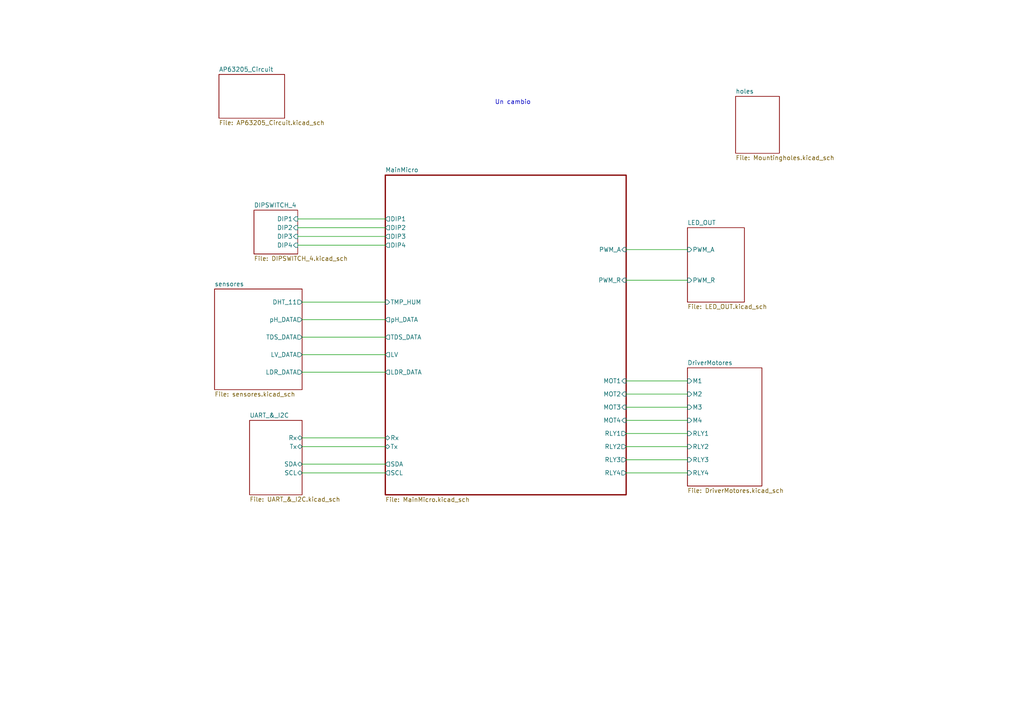
<source format=kicad_sch>
(kicad_sch (version 20211123) (generator eeschema)
  (paper "A4")
  (lib_symbols)
  (wire (pts (xy 181.61 114.3) (xy 199.39 114.3)))
  (wire (pts (xy 86.36 66.04) (xy 111.76 66.04)))
  (wire (pts (xy 181.61 81.28) (xy 199.39 81.28)))
  (wire (pts (xy 181.61 121.92) (xy 199.39 121.92)))
  (wire (pts (xy 181.61 129.54) (xy 199.39 129.54)))
  (wire (pts (xy 87.63 92.71) (xy 111.76 92.71)))
  (wire (pts (xy 87.63 97.79) (xy 111.76 97.79)))
  (wire (pts (xy 181.61 133.35) (xy 199.39 133.35)))
  (wire (pts (xy 87.63 107.95) (xy 111.76 107.95)))
  (wire (pts (xy 86.36 68.58) (xy 111.76 68.58)))
  (wire (pts (xy 86.36 63.5) (xy 111.76 63.5)))
  (wire (pts (xy 181.61 72.39) (xy 199.39 72.39)))
  (wire (pts (xy 181.61 118.11) (xy 199.39 118.11)))
  (wire (pts (xy 87.63 137.16) (xy 111.76 137.16)))
  (wire (pts (xy 86.36 71.12) (xy 111.76 71.12)))
  (wire (pts (xy 87.63 129.54) (xy 111.76 129.54)))
  (wire (pts (xy 87.63 87.63) (xy 111.76 87.63)))
  (wire (pts (xy 87.63 134.62) (xy 111.76 134.62)))
  (wire (pts (xy 87.63 127) (xy 111.76 127)))
  (wire (pts (xy 87.63 102.87) (xy 111.76 102.87)))
  (wire (pts (xy 181.61 125.73) (xy 199.39 125.73)))
  (wire (pts (xy 181.61 110.49) (xy 199.39 110.49)))
  (wire (pts (xy 181.61 137.16) (xy 199.39 137.16)))
  (text "Un cambio" (at 143.51 30.48 0) (effects (font (size 1.27 1.27)) (justify left bottom)))
  (sheet (at 213.36 27.94) (size 12.7 16.51) (stroke (width 0.1524))
    (property "Sheet name" "holes" (at 213.36 27.2284 0) (effects (justify left bottom)))
    (property "Sheet file" "Mountingholes.kicad_sch" (at 213.36 45.0346 0) (effects (justify left top)))
  )
  (sheet (at 199.39 66.04) (size 16.51 21.59) (stroke (width 0.1524))
    (property "Sheet name" "LED_OUT" (at 199.39 65.3284 0) (effects (justify left bottom)))
    (property "Sheet file" "LED_OUT.kicad_sch" (at 199.39 88.2146 0) (effects (justify left top)))
    (pin "PWM_A" input (at 199.39 72.39 180))
    (pin "PWM_R" input (at 199.39 81.28 180))
  )
  (sheet (at 199.39 106.68) (size 21.59 34.29) (stroke (width 0.1524))
    (property "Sheet name" "DriverMotores" (at 199.39 105.9684 0) (effects (justify left bottom)))
    (property "Sheet file" "DriverMotores.kicad_sch" (at 199.39 141.5546 0) (effects (justify left top)))
    (pin "RLY1" input (at 199.39 125.73 180))
    (pin "RLY3" input (at 199.39 133.35 180))
    (pin "RLY2" input (at 199.39 129.54 180))
    (pin "M4" input (at 199.39 121.92 180))
    (pin "RLY4" input (at 199.39 137.16 180))
    (pin "M2" input (at 199.39 114.3 180))
    (pin "M3" input (at 199.39 118.11 180))
    (pin "M1" input (at 199.39 110.49 180))
  )
  (sheet (at 73.66 60.96) (size 12.7 12.7) (stroke (width 0.1524))
    (property "Sheet name" "DIPSWITCH_4" (at 73.66 60.2484 0) (effects (justify left bottom)))
    (property "Sheet file" "DIPSWITCH_4.kicad_sch" (at 73.66 74.2446 0) (effects (justify left top)))
    (pin "DIP2" input (at 86.36 66.04 0))
    (pin "DIP1" input (at 86.36 63.5 0))
    (pin "DIP3" input (at 86.36 68.58 0))
    (pin "DIP4" input (at 86.36 71.12 0))
  )
  (sheet (at 111.76 50.8) (size 69.85 92.71) (stroke (width 0.3))
    (property "Sheet name" "MainMicro" (at 111.76 50.0146 0) (effects (justify left bottom)))
    (property "Sheet file" "MainMicro.kicad_sch" (at 111.76 144.1684 0) (effects (justify left top)))
    (pin "MOT1" input (at 181.61 110.49 0))
    (pin "TMP_HUM" input (at 111.76 87.63 180))
    (pin "MOT3" input (at 181.61 118.11 0))
    (pin "PWM_A" input (at 181.61 72.39 0))
    (pin "MOT2" input (at 181.61 114.3 0))
    (pin "PWM_R" input (at 181.61 81.28 0))
    (pin "MOT4" input (at 181.61 121.92 0))
    (pin "Tx" bidirectional (at 111.76 129.54 180))
    (pin "Rx" bidirectional (at 111.76 127 180))
    (pin "SCL" output (at 111.76 137.16 180))
    (pin "SDA" output (at 111.76 134.62 180))
    (pin "RLY1" output (at 181.61 125.73 0))
    (pin "RLY2" output (at 181.61 129.54 0))
    (pin "RLY3" output (at 181.61 133.35 0))
    (pin "RLY4" output (at 181.61 137.16 0))
    (pin "TDS_DATA" output (at 111.76 97.79 180))
    (pin "pH_DATA" output (at 111.76 92.71 180))
    (pin "LDR_DATA" output (at 111.76 107.95 180))
    (pin "DIP1" output (at 111.76 63.5 180))
    (pin "DIP2" output (at 111.76 66.04 180))
    (pin "DIP3" output (at 111.76 68.58 180))
    (pin "DIP4" output (at 111.76 71.12 180))
    (pin "LV" output (at 111.76 102.87 180))
  )
  (sheet (at 72.39 121.92) (size 15.24 21.59) (stroke (width 0.1524))
    (property "Sheet name" "UART_&_I2C" (at 72.39 121.2084 0) (effects (justify left bottom)))
    (property "Sheet file" "UART_&_I2C.kicad_sch" (at 72.39 144.0946 0) (effects (justify left top)))
    (pin "SDA" bidirectional (at 87.63 134.62 0))
    (pin "SCL" tri_state (at 87.63 137.16 0))
    (pin "Rx" bidirectional (at 87.63 127 0))
    (pin "Tx" tri_state (at 87.63 129.54 0))
  )
  (sheet (at 62.23 83.82) (size 25.4 29.21) (stroke (width 0.1524))
    (property "Sheet name" "sensores" (at 62.23 83.1084 0) (effects (justify left bottom)))
    (property "Sheet file" "sensores.kicad_sch" (at 62.23 113.6146 0) (effects (justify left top)))
    (pin "DHT_11" output (at 87.63 87.63 0))
    (pin "pH_DATA" output (at 87.63 92.71 0))
    (pin "TDS_DATA" output (at 87.63 97.79 0))
    (pin "LV_DATA" output (at 87.63 102.87 0))
    (pin "LDR_DATA" output (at 87.63 107.95 0))
  )
  (sheet (at 63.5 21.59) (size 19.05 12.7) (stroke (width 0.1524))
    (property "Sheet name" "AP63205_Circuit" (at 63.5 20.8784 0) (effects (justify left bottom)))
    (property "Sheet file" "AP63205_Circuit.kicad_sch" (at 63.5 34.8746 0) (effects (justify left top)))
  )
)
</source>
